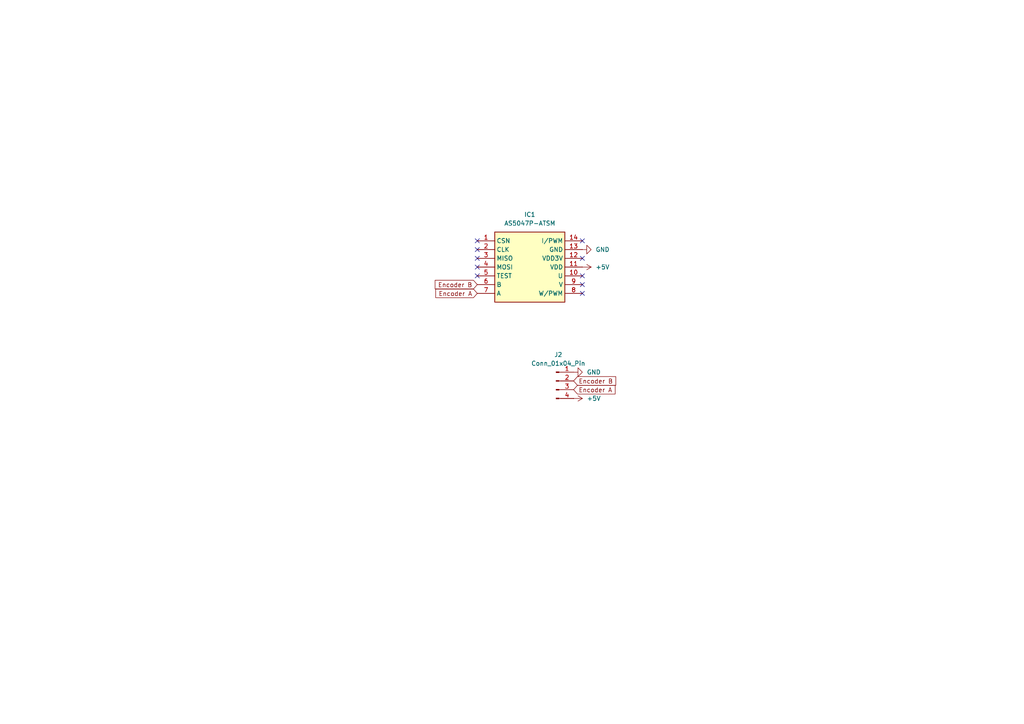
<source format=kicad_sch>
(kicad_sch
	(version 20231120)
	(generator "eeschema")
	(generator_version "8.0")
	(uuid "70d7d996-30cf-4fa4-80ba-5b70046ca68f")
	(paper "A4")
	(lib_symbols
		(symbol "AS5047P-ATSM:AS5047P-ATSM"
			(exclude_from_sim no)
			(in_bom yes)
			(on_board yes)
			(property "Reference" "IC"
				(at 26.67 7.62 0)
				(effects
					(font
						(size 1.27 1.27)
					)
					(justify left top)
				)
			)
			(property "Value" "AS5047P-ATSM"
				(at 26.67 5.08 0)
				(effects
					(font
						(size 1.27 1.27)
					)
					(justify left top)
				)
			)
			(property "Footprint" "SOP65P640X120-14N"
				(at 26.67 -94.92 0)
				(effects
					(font
						(size 1.27 1.27)
					)
					(justify left top)
					(hide yes)
				)
			)
			(property "Datasheet" "https://datasheet.datasheetarchive.com/originals/distributors/DKDS-7/120640.pdf"
				(at 26.67 -194.92 0)
				(effects
					(font
						(size 1.27 1.27)
					)
					(justify left top)
					(hide yes)
				)
			)
			(property "Description" "Board Mount Hall Effect / Magnetic Sensors 14 bit core res Up to 28krpm"
				(at 0 0 0)
				(effects
					(font
						(size 1.27 1.27)
					)
					(hide yes)
				)
			)
			(property "Height" "1.2"
				(at 26.67 -394.92 0)
				(effects
					(font
						(size 1.27 1.27)
					)
					(justify left top)
					(hide yes)
				)
			)
			(property "Mouser Part Number" "985-AS5047P-ATSM"
				(at 26.67 -494.92 0)
				(effects
					(font
						(size 1.27 1.27)
					)
					(justify left top)
					(hide yes)
				)
			)
			(property "Mouser Price/Stock" "https://www.mouser.co.uk/ProductDetail/ams-OSRAM/AS5047P-ATSM?qs=cGEy3R83DS8fzNOVLHtOgg%3D%3D"
				(at 26.67 -594.92 0)
				(effects
					(font
						(size 1.27 1.27)
					)
					(justify left top)
					(hide yes)
				)
			)
			(property "Manufacturer_Name" "ams OSRAM"
				(at 26.67 -694.92 0)
				(effects
					(font
						(size 1.27 1.27)
					)
					(justify left top)
					(hide yes)
				)
			)
			(property "Manufacturer_Part_Number" "AS5047P-ATSM"
				(at 26.67 -794.92 0)
				(effects
					(font
						(size 1.27 1.27)
					)
					(justify left top)
					(hide yes)
				)
			)
			(symbol "AS5047P-ATSM_1_1"
				(rectangle
					(start 5.08 2.54)
					(end 25.4 -17.78)
					(stroke
						(width 0.254)
						(type default)
					)
					(fill
						(type background)
					)
				)
				(pin passive line
					(at 0 0 0)
					(length 5.08)
					(name "CSN"
						(effects
							(font
								(size 1.27 1.27)
							)
						)
					)
					(number "1"
						(effects
							(font
								(size 1.27 1.27)
							)
						)
					)
				)
				(pin passive line
					(at 30.48 -10.16 180)
					(length 5.08)
					(name "U"
						(effects
							(font
								(size 1.27 1.27)
							)
						)
					)
					(number "10"
						(effects
							(font
								(size 1.27 1.27)
							)
						)
					)
				)
				(pin passive line
					(at 30.48 -7.62 180)
					(length 5.08)
					(name "VDD"
						(effects
							(font
								(size 1.27 1.27)
							)
						)
					)
					(number "11"
						(effects
							(font
								(size 1.27 1.27)
							)
						)
					)
				)
				(pin passive line
					(at 30.48 -5.08 180)
					(length 5.08)
					(name "VDD3V"
						(effects
							(font
								(size 1.27 1.27)
							)
						)
					)
					(number "12"
						(effects
							(font
								(size 1.27 1.27)
							)
						)
					)
				)
				(pin passive line
					(at 30.48 -2.54 180)
					(length 5.08)
					(name "GND"
						(effects
							(font
								(size 1.27 1.27)
							)
						)
					)
					(number "13"
						(effects
							(font
								(size 1.27 1.27)
							)
						)
					)
				)
				(pin passive line
					(at 30.48 0 180)
					(length 5.08)
					(name "I/PWM"
						(effects
							(font
								(size 1.27 1.27)
							)
						)
					)
					(number "14"
						(effects
							(font
								(size 1.27 1.27)
							)
						)
					)
				)
				(pin passive line
					(at 0 -2.54 0)
					(length 5.08)
					(name "CLK"
						(effects
							(font
								(size 1.27 1.27)
							)
						)
					)
					(number "2"
						(effects
							(font
								(size 1.27 1.27)
							)
						)
					)
				)
				(pin passive line
					(at 0 -5.08 0)
					(length 5.08)
					(name "MISO"
						(effects
							(font
								(size 1.27 1.27)
							)
						)
					)
					(number "3"
						(effects
							(font
								(size 1.27 1.27)
							)
						)
					)
				)
				(pin passive line
					(at 0 -7.62 0)
					(length 5.08)
					(name "MOSI"
						(effects
							(font
								(size 1.27 1.27)
							)
						)
					)
					(number "4"
						(effects
							(font
								(size 1.27 1.27)
							)
						)
					)
				)
				(pin passive line
					(at 0 -10.16 0)
					(length 5.08)
					(name "TEST"
						(effects
							(font
								(size 1.27 1.27)
							)
						)
					)
					(number "5"
						(effects
							(font
								(size 1.27 1.27)
							)
						)
					)
				)
				(pin passive line
					(at 0 -12.7 0)
					(length 5.08)
					(name "B"
						(effects
							(font
								(size 1.27 1.27)
							)
						)
					)
					(number "6"
						(effects
							(font
								(size 1.27 1.27)
							)
						)
					)
				)
				(pin passive line
					(at 0 -15.24 0)
					(length 5.08)
					(name "A"
						(effects
							(font
								(size 1.27 1.27)
							)
						)
					)
					(number "7"
						(effects
							(font
								(size 1.27 1.27)
							)
						)
					)
				)
				(pin passive line
					(at 30.48 -15.24 180)
					(length 5.08)
					(name "W/PWM"
						(effects
							(font
								(size 1.27 1.27)
							)
						)
					)
					(number "8"
						(effects
							(font
								(size 1.27 1.27)
							)
						)
					)
				)
				(pin passive line
					(at 30.48 -12.7 180)
					(length 5.08)
					(name "V"
						(effects
							(font
								(size 1.27 1.27)
							)
						)
					)
					(number "9"
						(effects
							(font
								(size 1.27 1.27)
							)
						)
					)
				)
			)
		)
		(symbol "Connector:Conn_01x04_Pin"
			(pin_names
				(offset 1.016) hide)
			(exclude_from_sim no)
			(in_bom yes)
			(on_board yes)
			(property "Reference" "J"
				(at 0 5.08 0)
				(effects
					(font
						(size 1.27 1.27)
					)
				)
			)
			(property "Value" "Conn_01x04_Pin"
				(at 0 -7.62 0)
				(effects
					(font
						(size 1.27 1.27)
					)
				)
			)
			(property "Footprint" ""
				(at 0 0 0)
				(effects
					(font
						(size 1.27 1.27)
					)
					(hide yes)
				)
			)
			(property "Datasheet" "~"
				(at 0 0 0)
				(effects
					(font
						(size 1.27 1.27)
					)
					(hide yes)
				)
			)
			(property "Description" "Generic connector, single row, 01x04, script generated"
				(at 0 0 0)
				(effects
					(font
						(size 1.27 1.27)
					)
					(hide yes)
				)
			)
			(property "ki_locked" ""
				(at 0 0 0)
				(effects
					(font
						(size 1.27 1.27)
					)
				)
			)
			(property "ki_keywords" "connector"
				(at 0 0 0)
				(effects
					(font
						(size 1.27 1.27)
					)
					(hide yes)
				)
			)
			(property "ki_fp_filters" "Connector*:*_1x??_*"
				(at 0 0 0)
				(effects
					(font
						(size 1.27 1.27)
					)
					(hide yes)
				)
			)
			(symbol "Conn_01x04_Pin_1_1"
				(polyline
					(pts
						(xy 1.27 -5.08) (xy 0.8636 -5.08)
					)
					(stroke
						(width 0.1524)
						(type default)
					)
					(fill
						(type none)
					)
				)
				(polyline
					(pts
						(xy 1.27 -2.54) (xy 0.8636 -2.54)
					)
					(stroke
						(width 0.1524)
						(type default)
					)
					(fill
						(type none)
					)
				)
				(polyline
					(pts
						(xy 1.27 0) (xy 0.8636 0)
					)
					(stroke
						(width 0.1524)
						(type default)
					)
					(fill
						(type none)
					)
				)
				(polyline
					(pts
						(xy 1.27 2.54) (xy 0.8636 2.54)
					)
					(stroke
						(width 0.1524)
						(type default)
					)
					(fill
						(type none)
					)
				)
				(rectangle
					(start 0.8636 -4.953)
					(end 0 -5.207)
					(stroke
						(width 0.1524)
						(type default)
					)
					(fill
						(type outline)
					)
				)
				(rectangle
					(start 0.8636 -2.413)
					(end 0 -2.667)
					(stroke
						(width 0.1524)
						(type default)
					)
					(fill
						(type outline)
					)
				)
				(rectangle
					(start 0.8636 0.127)
					(end 0 -0.127)
					(stroke
						(width 0.1524)
						(type default)
					)
					(fill
						(type outline)
					)
				)
				(rectangle
					(start 0.8636 2.667)
					(end 0 2.413)
					(stroke
						(width 0.1524)
						(type default)
					)
					(fill
						(type outline)
					)
				)
				(pin passive line
					(at 5.08 2.54 180)
					(length 3.81)
					(name "Pin_1"
						(effects
							(font
								(size 1.27 1.27)
							)
						)
					)
					(number "1"
						(effects
							(font
								(size 1.27 1.27)
							)
						)
					)
				)
				(pin passive line
					(at 5.08 0 180)
					(length 3.81)
					(name "Pin_2"
						(effects
							(font
								(size 1.27 1.27)
							)
						)
					)
					(number "2"
						(effects
							(font
								(size 1.27 1.27)
							)
						)
					)
				)
				(pin passive line
					(at 5.08 -2.54 180)
					(length 3.81)
					(name "Pin_3"
						(effects
							(font
								(size 1.27 1.27)
							)
						)
					)
					(number "3"
						(effects
							(font
								(size 1.27 1.27)
							)
						)
					)
				)
				(pin passive line
					(at 5.08 -5.08 180)
					(length 3.81)
					(name "Pin_4"
						(effects
							(font
								(size 1.27 1.27)
							)
						)
					)
					(number "4"
						(effects
							(font
								(size 1.27 1.27)
							)
						)
					)
				)
			)
		)
		(symbol "power:+5V"
			(power)
			(pin_numbers hide)
			(pin_names
				(offset 0) hide)
			(exclude_from_sim no)
			(in_bom yes)
			(on_board yes)
			(property "Reference" "#PWR"
				(at 0 -3.81 0)
				(effects
					(font
						(size 1.27 1.27)
					)
					(hide yes)
				)
			)
			(property "Value" "+5V"
				(at 0 3.556 0)
				(effects
					(font
						(size 1.27 1.27)
					)
				)
			)
			(property "Footprint" ""
				(at 0 0 0)
				(effects
					(font
						(size 1.27 1.27)
					)
					(hide yes)
				)
			)
			(property "Datasheet" ""
				(at 0 0 0)
				(effects
					(font
						(size 1.27 1.27)
					)
					(hide yes)
				)
			)
			(property "Description" "Power symbol creates a global label with name \"+5V\""
				(at 0 0 0)
				(effects
					(font
						(size 1.27 1.27)
					)
					(hide yes)
				)
			)
			(property "ki_keywords" "global power"
				(at 0 0 0)
				(effects
					(font
						(size 1.27 1.27)
					)
					(hide yes)
				)
			)
			(symbol "+5V_0_1"
				(polyline
					(pts
						(xy -0.762 1.27) (xy 0 2.54)
					)
					(stroke
						(width 0)
						(type default)
					)
					(fill
						(type none)
					)
				)
				(polyline
					(pts
						(xy 0 0) (xy 0 2.54)
					)
					(stroke
						(width 0)
						(type default)
					)
					(fill
						(type none)
					)
				)
				(polyline
					(pts
						(xy 0 2.54) (xy 0.762 1.27)
					)
					(stroke
						(width 0)
						(type default)
					)
					(fill
						(type none)
					)
				)
			)
			(symbol "+5V_1_1"
				(pin power_in line
					(at 0 0 90)
					(length 0)
					(name "~"
						(effects
							(font
								(size 1.27 1.27)
							)
						)
					)
					(number "1"
						(effects
							(font
								(size 1.27 1.27)
							)
						)
					)
				)
			)
		)
		(symbol "power:GND"
			(power)
			(pin_numbers hide)
			(pin_names
				(offset 0) hide)
			(exclude_from_sim no)
			(in_bom yes)
			(on_board yes)
			(property "Reference" "#PWR"
				(at 0 -6.35 0)
				(effects
					(font
						(size 1.27 1.27)
					)
					(hide yes)
				)
			)
			(property "Value" "GND"
				(at 0 -3.81 0)
				(effects
					(font
						(size 1.27 1.27)
					)
				)
			)
			(property "Footprint" ""
				(at 0 0 0)
				(effects
					(font
						(size 1.27 1.27)
					)
					(hide yes)
				)
			)
			(property "Datasheet" ""
				(at 0 0 0)
				(effects
					(font
						(size 1.27 1.27)
					)
					(hide yes)
				)
			)
			(property "Description" "Power symbol creates a global label with name \"GND\" , ground"
				(at 0 0 0)
				(effects
					(font
						(size 1.27 1.27)
					)
					(hide yes)
				)
			)
			(property "ki_keywords" "global power"
				(at 0 0 0)
				(effects
					(font
						(size 1.27 1.27)
					)
					(hide yes)
				)
			)
			(symbol "GND_0_1"
				(polyline
					(pts
						(xy 0 0) (xy 0 -1.27) (xy 1.27 -1.27) (xy 0 -2.54) (xy -1.27 -1.27) (xy 0 -1.27)
					)
					(stroke
						(width 0)
						(type default)
					)
					(fill
						(type none)
					)
				)
			)
			(symbol "GND_1_1"
				(pin power_in line
					(at 0 0 270)
					(length 0)
					(name "~"
						(effects
							(font
								(size 1.27 1.27)
							)
						)
					)
					(number "1"
						(effects
							(font
								(size 1.27 1.27)
							)
						)
					)
				)
			)
		)
	)
	(no_connect
		(at 168.91 82.55)
		(uuid "41dcf937-e341-4a47-b637-7b3625a235c4")
	)
	(no_connect
		(at 138.43 74.93)
		(uuid "503346cd-c9c5-4684-9684-451267ad99cd")
	)
	(no_connect
		(at 168.91 85.09)
		(uuid "56cc39b8-7ee5-4539-8247-4f7e41a46757")
	)
	(no_connect
		(at 138.43 77.47)
		(uuid "7aac5568-9a5e-4d9b-aa0d-11223073ff12")
	)
	(no_connect
		(at 138.43 72.39)
		(uuid "7c68d058-b91c-4aa7-917a-1bfd4fcc9e7d")
	)
	(no_connect
		(at 138.43 69.85)
		(uuid "83451f4f-8929-4704-86ea-6cd4d8a421c6")
	)
	(no_connect
		(at 138.43 80.01)
		(uuid "b7d0bdea-3615-4225-b912-c557589dfb61")
	)
	(no_connect
		(at 168.91 80.01)
		(uuid "bf649f5a-552e-405f-ad32-3e1f41baf9c4")
	)
	(no_connect
		(at 168.91 74.93)
		(uuid "df892b3d-8a21-49a2-9740-7d7f9fc83dbb")
	)
	(no_connect
		(at 168.91 69.85)
		(uuid "e4f27217-fd3a-4f6c-a4eb-d49e46293f9d")
	)
	(global_label "Encoder A"
		(shape input)
		(at 138.43 85.09 180)
		(fields_autoplaced yes)
		(effects
			(font
				(size 1.27 1.27)
			)
			(justify right)
		)
		(uuid "032a5a5b-1ba8-4232-92f0-98e25852ce99")
		(property "Intersheetrefs" "${INTERSHEET_REFS}"
			(at 125.8292 85.09 0)
			(effects
				(font
					(size 1.27 1.27)
				)
				(justify right)
				(hide yes)
			)
		)
	)
	(global_label "Encoder B"
		(shape input)
		(at 138.43 82.55 180)
		(fields_autoplaced yes)
		(effects
			(font
				(size 1.27 1.27)
			)
			(justify right)
		)
		(uuid "12492bd6-bc1d-4370-9e06-eb893283d9de")
		(property "Intersheetrefs" "${INTERSHEET_REFS}"
			(at 125.6478 82.55 0)
			(effects
				(font
					(size 1.27 1.27)
				)
				(justify right)
				(hide yes)
			)
		)
	)
	(global_label "Encoder B"
		(shape input)
		(at 166.37 110.49 0)
		(fields_autoplaced yes)
		(effects
			(font
				(size 1.27 1.27)
			)
			(justify left)
		)
		(uuid "6418cdb3-1f4c-4c15-9c35-3ab315c63d81")
		(property "Intersheetrefs" "${INTERSHEET_REFS}"
			(at 179.1522 110.49 0)
			(effects
				(font
					(size 1.27 1.27)
				)
				(justify left)
				(hide yes)
			)
		)
	)
	(global_label "Encoder A"
		(shape input)
		(at 166.37 113.03 0)
		(fields_autoplaced yes)
		(effects
			(font
				(size 1.27 1.27)
			)
			(justify left)
		)
		(uuid "bd90c409-5ec4-4938-b089-c237d04d9dd0")
		(property "Intersheetrefs" "${INTERSHEET_REFS}"
			(at 178.9708 113.03 0)
			(effects
				(font
					(size 1.27 1.27)
				)
				(justify left)
				(hide yes)
			)
		)
	)
	(symbol
		(lib_id "power:GND")
		(at 166.37 107.95 90)
		(unit 1)
		(exclude_from_sim no)
		(in_bom yes)
		(on_board yes)
		(dnp no)
		(fields_autoplaced yes)
		(uuid "04d0ced1-efd7-461d-8c7e-e10eb3b15cf5")
		(property "Reference" "#PWR08"
			(at 172.72 107.95 0)
			(effects
				(font
					(size 1.27 1.27)
				)
				(hide yes)
			)
		)
		(property "Value" "GND"
			(at 170.18 107.9499 90)
			(effects
				(font
					(size 1.27 1.27)
				)
				(justify right)
			)
		)
		(property "Footprint" ""
			(at 166.37 107.95 0)
			(effects
				(font
					(size 1.27 1.27)
				)
				(hide yes)
			)
		)
		(property "Datasheet" ""
			(at 166.37 107.95 0)
			(effects
				(font
					(size 1.27 1.27)
				)
				(hide yes)
			)
		)
		(property "Description" "Power symbol creates a global label with name \"GND\" , ground"
			(at 166.37 107.95 0)
			(effects
				(font
					(size 1.27 1.27)
				)
				(hide yes)
			)
		)
		(pin "1"
			(uuid "1b73605a-ff8e-4aef-a7b6-76f8d3c166d1")
		)
		(instances
			(project "Encoder"
				(path "/70d7d996-30cf-4fa4-80ba-5b70046ca68f"
					(reference "#PWR08")
					(unit 1)
				)
			)
		)
	)
	(symbol
		(lib_id "power:+5V")
		(at 166.37 115.57 270)
		(unit 1)
		(exclude_from_sim no)
		(in_bom yes)
		(on_board yes)
		(dnp no)
		(fields_autoplaced yes)
		(uuid "42f482d0-5b3d-46de-924a-f8a91f5bfa69")
		(property "Reference" "#PWR07"
			(at 162.56 115.57 0)
			(effects
				(font
					(size 1.27 1.27)
				)
				(hide yes)
			)
		)
		(property "Value" "+5V"
			(at 170.18 115.5699 90)
			(effects
				(font
					(size 1.27 1.27)
				)
				(justify left)
			)
		)
		(property "Footprint" ""
			(at 166.37 115.57 0)
			(effects
				(font
					(size 1.27 1.27)
				)
				(hide yes)
			)
		)
		(property "Datasheet" ""
			(at 166.37 115.57 0)
			(effects
				(font
					(size 1.27 1.27)
				)
				(hide yes)
			)
		)
		(property "Description" "Power symbol creates a global label with name \"+5V\""
			(at 166.37 115.57 0)
			(effects
				(font
					(size 1.27 1.27)
				)
				(hide yes)
			)
		)
		(pin "1"
			(uuid "f30f33ac-9959-49de-b253-beaa6c8e60a7")
		)
		(instances
			(project "Encoder"
				(path "/70d7d996-30cf-4fa4-80ba-5b70046ca68f"
					(reference "#PWR07")
					(unit 1)
				)
			)
		)
	)
	(symbol
		(lib_id "power:GND")
		(at 168.91 72.39 90)
		(unit 1)
		(exclude_from_sim no)
		(in_bom yes)
		(on_board yes)
		(dnp no)
		(fields_autoplaced yes)
		(uuid "7a279418-cf00-485b-b949-9ed904720679")
		(property "Reference" "#PWR02"
			(at 175.26 72.39 0)
			(effects
				(font
					(size 1.27 1.27)
				)
				(hide yes)
			)
		)
		(property "Value" "GND"
			(at 172.72 72.3899 90)
			(effects
				(font
					(size 1.27 1.27)
				)
				(justify right)
			)
		)
		(property "Footprint" ""
			(at 168.91 72.39 0)
			(effects
				(font
					(size 1.27 1.27)
				)
				(hide yes)
			)
		)
		(property "Datasheet" ""
			(at 168.91 72.39 0)
			(effects
				(font
					(size 1.27 1.27)
				)
				(hide yes)
			)
		)
		(property "Description" "Power symbol creates a global label with name \"GND\" , ground"
			(at 168.91 72.39 0)
			(effects
				(font
					(size 1.27 1.27)
				)
				(hide yes)
			)
		)
		(pin "1"
			(uuid "35721773-d943-446e-a779-01261252ee85")
		)
		(instances
			(project ""
				(path "/70d7d996-30cf-4fa4-80ba-5b70046ca68f"
					(reference "#PWR02")
					(unit 1)
				)
			)
		)
	)
	(symbol
		(lib_id "power:+5V")
		(at 168.91 77.47 270)
		(unit 1)
		(exclude_from_sim no)
		(in_bom yes)
		(on_board yes)
		(dnp no)
		(fields_autoplaced yes)
		(uuid "7c6ab854-e463-47d3-a800-4786d02e6728")
		(property "Reference" "#PWR01"
			(at 165.1 77.47 0)
			(effects
				(font
					(size 1.27 1.27)
				)
				(hide yes)
			)
		)
		(property "Value" "+5V"
			(at 172.72 77.4699 90)
			(effects
				(font
					(size 1.27 1.27)
				)
				(justify left)
			)
		)
		(property "Footprint" ""
			(at 168.91 77.47 0)
			(effects
				(font
					(size 1.27 1.27)
				)
				(hide yes)
			)
		)
		(property "Datasheet" ""
			(at 168.91 77.47 0)
			(effects
				(font
					(size 1.27 1.27)
				)
				(hide yes)
			)
		)
		(property "Description" "Power symbol creates a global label with name \"+5V\""
			(at 168.91 77.47 0)
			(effects
				(font
					(size 1.27 1.27)
				)
				(hide yes)
			)
		)
		(pin "1"
			(uuid "94570790-e28f-47bd-8937-c1d12304881d")
		)
		(instances
			(project ""
				(path "/70d7d996-30cf-4fa4-80ba-5b70046ca68f"
					(reference "#PWR01")
					(unit 1)
				)
			)
		)
	)
	(symbol
		(lib_id "AS5047P-ATSM:AS5047P-ATSM")
		(at 138.43 69.85 0)
		(unit 1)
		(exclude_from_sim no)
		(in_bom yes)
		(on_board yes)
		(dnp no)
		(fields_autoplaced yes)
		(uuid "87ad4834-1dd2-4877-be1d-41da9ef0df00")
		(property "Reference" "IC1"
			(at 153.67 62.23 0)
			(effects
				(font
					(size 1.27 1.27)
				)
			)
		)
		(property "Value" "AS5047P-ATSM"
			(at 153.67 64.77 0)
			(effects
				(font
					(size 1.27 1.27)
				)
			)
		)
		(property "Footprint" "AS5047P-ATSM:SOP65P640X120-14N"
			(at 165.1 164.77 0)
			(effects
				(font
					(size 1.27 1.27)
				)
				(justify left top)
				(hide yes)
			)
		)
		(property "Datasheet" "https://datasheet.datasheetarchive.com/originals/distributors/DKDS-7/120640.pdf"
			(at 165.1 264.77 0)
			(effects
				(font
					(size 1.27 1.27)
				)
				(justify left top)
				(hide yes)
			)
		)
		(property "Description" "Board Mount Hall Effect / Magnetic Sensors 14 bit core res Up to 28krpm"
			(at 138.43 69.85 0)
			(effects
				(font
					(size 1.27 1.27)
				)
				(hide yes)
			)
		)
		(property "Height" "1.2"
			(at 165.1 464.77 0)
			(effects
				(font
					(size 1.27 1.27)
				)
				(justify left top)
				(hide yes)
			)
		)
		(property "Mouser Part Number" "985-AS5047P-ATSM"
			(at 165.1 564.77 0)
			(effects
				(font
					(size 1.27 1.27)
				)
				(justify left top)
				(hide yes)
			)
		)
		(property "Mouser Price/Stock" "https://www.mouser.co.uk/ProductDetail/ams-OSRAM/AS5047P-ATSM?qs=cGEy3R83DS8fzNOVLHtOgg%3D%3D"
			(at 165.1 664.77 0)
			(effects
				(font
					(size 1.27 1.27)
				)
				(justify left top)
				(hide yes)
			)
		)
		(property "Manufacturer_Name" "ams OSRAM"
			(at 165.1 764.77 0)
			(effects
				(font
					(size 1.27 1.27)
				)
				(justify left top)
				(hide yes)
			)
		)
		(property "Manufacturer_Part_Number" "AS5047P-ATSM"
			(at 165.1 864.77 0)
			(effects
				(font
					(size 1.27 1.27)
				)
				(justify left top)
				(hide yes)
			)
		)
		(pin "11"
			(uuid "0f843df8-176a-4bac-94a8-9b419a2fe6d1")
		)
		(pin "2"
			(uuid "ae3d8c22-a50b-4ef2-81fb-9a15223ad66d")
		)
		(pin "5"
			(uuid "5c98ac35-7346-408f-bc8c-39047fe2d4f9")
		)
		(pin "3"
			(uuid "47a983dc-a5f6-4520-81fa-dc513235c387")
		)
		(pin "7"
			(uuid "0915e3f3-17ea-4e38-b0e0-c89050445fa6")
		)
		(pin "4"
			(uuid "bb157782-07a0-4bf5-84c8-c634128c2ceb")
		)
		(pin "12"
			(uuid "3bb8451a-7394-4c38-ba19-c042873dbe51")
		)
		(pin "1"
			(uuid "d718fc86-1c7b-45f2-9a98-26d7394c5f5f")
		)
		(pin "13"
			(uuid "c54035e6-da02-485b-ab3b-95b043aaf756")
		)
		(pin "14"
			(uuid "5a993211-4714-470e-ae58-c52dd90f36dc")
		)
		(pin "9"
			(uuid "188324c6-c1bf-438d-b20e-db951dc0be1d")
		)
		(pin "10"
			(uuid "dc16421d-36bc-4eab-b2b0-8ee659a451b3")
		)
		(pin "6"
			(uuid "41ff5968-2990-47c1-86bc-9faa89e76992")
		)
		(pin "8"
			(uuid "90375dd2-5d5a-40a0-b092-aef407a1b0ca")
		)
		(instances
			(project ""
				(path "/70d7d996-30cf-4fa4-80ba-5b70046ca68f"
					(reference "IC1")
					(unit 1)
				)
			)
		)
	)
	(symbol
		(lib_id "Connector:Conn_01x04_Pin")
		(at 161.29 110.49 0)
		(unit 1)
		(exclude_from_sim no)
		(in_bom yes)
		(on_board yes)
		(dnp no)
		(fields_autoplaced yes)
		(uuid "a477eb5e-c4df-41a9-b038-6a7d7ffcd6f1")
		(property "Reference" "J2"
			(at 161.925 102.87 0)
			(effects
				(font
					(size 1.27 1.27)
				)
			)
		)
		(property "Value" "Conn_01x04_Pin"
			(at 161.925 105.41 0)
			(effects
				(font
					(size 1.27 1.27)
				)
			)
		)
		(property "Footprint" "Connector_PinSocket_2.54mm:PinSocket_1x04_P2.54mm_Vertical"
			(at 161.29 110.49 0)
			(effects
				(font
					(size 1.27 1.27)
				)
				(hide yes)
			)
		)
		(property "Datasheet" "~"
			(at 161.29 110.49 0)
			(effects
				(font
					(size 1.27 1.27)
				)
				(hide yes)
			)
		)
		(property "Description" "Generic connector, single row, 01x04, script generated"
			(at 161.29 110.49 0)
			(effects
				(font
					(size 1.27 1.27)
				)
				(hide yes)
			)
		)
		(pin "3"
			(uuid "5967e549-c34b-49b4-8ded-193951d8b020")
		)
		(pin "4"
			(uuid "c7cde679-b042-4765-8f1e-3faaaa617823")
		)
		(pin "2"
			(uuid "c6899d8c-4da8-4359-9bf9-5eb68755abc7")
		)
		(pin "1"
			(uuid "ef554afa-c47d-4359-965c-6e5092a62d0c")
		)
		(instances
			(project ""
				(path "/70d7d996-30cf-4fa4-80ba-5b70046ca68f"
					(reference "J2")
					(unit 1)
				)
			)
		)
	)
	(sheet_instances
		(path "/"
			(page "1")
		)
	)
)

</source>
